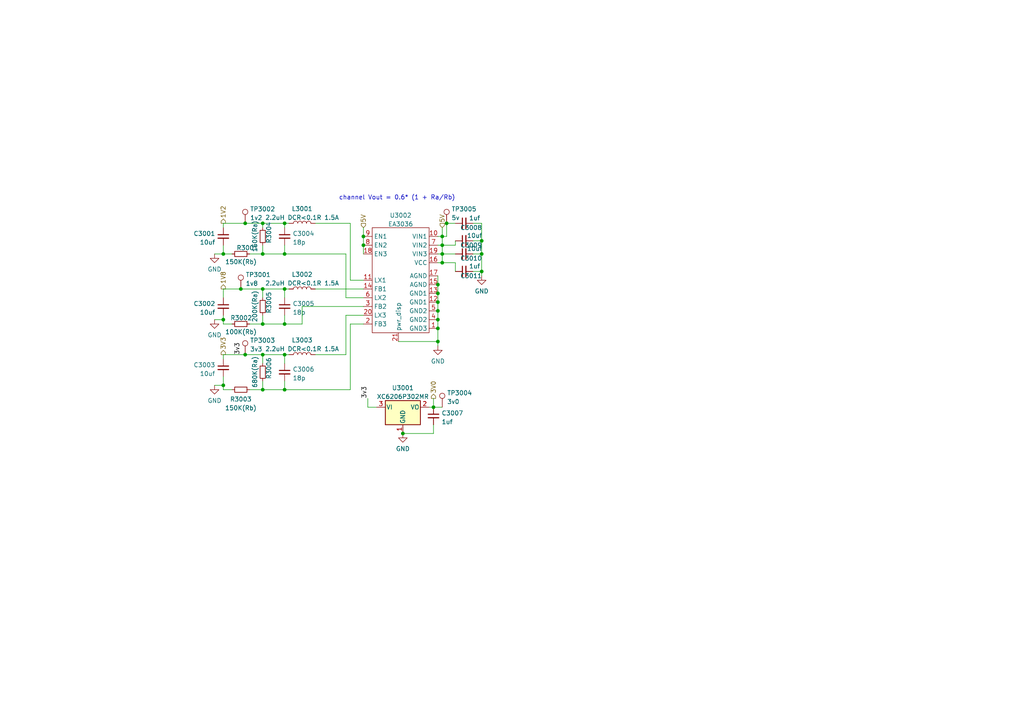
<source format=kicad_sch>
(kicad_sch (version 20211123) (generator eeschema)
  (paper "A4")
  (lib_symbols
    (symbol "Connector:TestPoint" (pin_numbers hide) (pin_names (offset 0.762) hide)
      (property "Reference" "TP" (at 0 6.858 0))
      (property "Value" "TestPoint" (at 0 5.08 0))
      (symbol "TestPoint_0_1"
        (circle (center 0 3.302) (radius 0.762))
      )
      (symbol "TestPoint_1_1"
        (pin passive line (at 0 0 90) (length 2.54) (name "1") (number "1"))
      )
    )
    (symbol "Device:C_Small" (pin_numbers hide) (pin_names (offset 0.254) hide)
      (property "Reference" "C" (at 0.254 1.778 0))
      (property "Value" "C_Small" (at 0.254 -2.032 0))
      (symbol "C_Small_0_1"
        (polyline (pts (xy -1.524 -0.508) (xy 1.524 -0.508)) (stroke (width 0.3302)))
        (polyline (pts (xy -1.524 0.508) (xy 1.524 0.508)) (stroke (width 0.3048)))
      )
      (symbol "C_Small_1_1"
        (pin passive line (at 0 2.54 270) (length 2.032) (name "~") (number "1"))
        (pin passive line (at 0 -2.54 90) (length 2.032) (name "~") (number "2"))
      )
    )
    (symbol "Device:L" (pin_numbers hide) (pin_names (offset 1.016) hide)
      (property "Reference" "L" (at -1.27 0 90))
      (property "Value" "L" (at 1.905 0 90))
      (symbol "L_0_1"
        (arc (start 0 -2.54) (mid 0.635 -1.905) (end 0 -1.27))
        (arc (start 0 -1.27) (mid 0.635 -0.635) (end 0 0))
        (arc (start 0 0) (mid 0.635 0.635) (end 0 1.27))
        (arc (start 0 1.27) (mid 0.635 1.905) (end 0 2.54))
      )
      (symbol "L_1_1"
        (pin passive line (at 0 3.81 270) (length 1.27) (name "1") (number "1"))
        (pin passive line (at 0 -3.81 90) (length 1.27) (name "2") (number "2"))
      )
    )
    (symbol "Device:R_Small" (pin_numbers hide) (pin_names (offset 0.254) hide)
      (property "Reference" "R" (at 0.762 0.508 0))
      (property "Value" "R_Small" (at 0.762 -1.016 0))
      (symbol "R_Small_0_1"
        (rectangle (start -0.762 1.778) (end 0.762 -1.778) (stroke (width 0.2032)))
      )
      (symbol "R_Small_1_1"
        (pin passive line (at 0 2.54 270) (length 0.762) (name "~") (number "1"))
        (pin passive line (at 0 -2.54 90) (length 0.762) (name "~") (number "2"))
      )
    )
    (symbol "EA_3046_buck_converter:EA3036"
      (property "Reference" "U" (at -1.27 21.59 0))
      (property "Value" "EA3036" (at -1.27 19.05 0))
      (symbol "EA3036_0_1"
        (rectangle (start -10.16 17.78) (end 6.35 -12.7))
      )
      (symbol "EA3036_1_1"
        (pin power_in line (at 8.89 -11.43 180) (length 2.54) (name "GND3") (number "1"))
        (pin power_in line (at 8.89 15.24 180) (length 2.54) (name "VIN1") (number "10"))
        (pin power_out line (at -12.7 2.54 0) (length 2.54) (name "LX1") (number "11"))
        (pin power_in line (at 8.89 -3.81 180) (length 2.54) (name "GND1") (number "12"))
        (pin power_in line (at 8.89 -1.27 180) (length 2.54) (name "GND1") (number "13"))
        (pin power_out line (at -12.7 0 0) (length 2.54) (name "FB1") (number "14"))
        (pin power_in line (at 8.89 1.27 180) (length 2.54) (name "AGND") (number "15"))
        (pin power_in line (at 8.89 7.62 180) (length 2.54) (name "VCC") (number "16"))
        (pin power_in line (at 8.89 3.81 180) (length 2.54) (name "AGND") (number "17"))
        (pin input line (at -12.7 10.16 0) (length 2.54) (name "EN3") (number "18"))
        (pin power_in line (at 8.89 10.16 180) (length 2.54) (name "VIN3") (number "19"))
        (pin power_out line (at -12.7 -10.16 0) (length 2.54) (name "FB3") (number "2"))
        (pin power_out line (at -12.7 -7.62 0) (length 2.54) (name "LX3") (number "20"))
        (pin passive line (at -2.54 -15.24 90) (length 2.54) (name "pwr_disp") (number "21"))
        (pin power_out line (at -12.7 -5.08 0) (length 2.54) (name "FB2") (number "3"))
        (pin power_in line (at 8.89 -8.89 180) (length 2.54) (name "GND2") (number "4"))
        (pin power_in line (at 8.89 -6.35 180) (length 2.54) (name "GND2") (number "5"))
        (pin power_out line (at -12.7 -2.54 0) (length 2.54) (name "LX2") (number "6"))
        (pin power_in line (at 8.89 12.7 180) (length 2.54) (name "VIN2") (number "7"))
        (pin input line (at -12.7 12.7 0) (length 2.54) (name "EN2") (number "8"))
        (pin input line (at -12.7 15.24 0) (length 2.54) (name "EN1") (number "9"))
      )
    )
    (symbol "Regulator_Linear:XC6206PxxxMR" (pin_names (offset 0.254))
      (property "Reference" "U" (at -3.81 3.175 0))
      (property "Value" "XC6206PxxxMR" (at 0 3.175 0))
      (symbol "XC6206PxxxMR_0_1"
        (rectangle (start -5.08 1.905) (end 5.08 -5.08) (stroke (width 0.254)) (fill (type background)))
      )
      (symbol "XC6206PxxxMR_1_1"
        (pin power_in line (at 0 -7.62 90) (length 2.54) (name "GND") (number "1"))
        (pin power_out line (at 7.62 0 180) (length 2.54) (name "VO") (number "2"))
        (pin power_in line (at -7.62 0 0) (length 2.54) (name "VI") (number "3"))
      )
    )
    (symbol "power:GND" (power) (pin_names (offset 0))
      (property "Value" "GND" (at 0 -3.81 0))
      (symbol "GND_0_1"
        (polyline (pts (xy 0 0) (xy 0 -1.27) (xy 1.27 -1.27) (xy 0 -2.54) (xy -1.27 -1.27) (xy 0 -1.27)))
      )
      (symbol "GND_1_1"
        (pin power_in line (at 0 0 270) (length 0) hide (name "GND") (number "1"))
      )
    )
  )
  (junction (at 64.77 73.66))
  (junction (at 82.55 83.82))
  (junction (at 76.2 102.87))
  (junction (at 76.2 93.98))
  (junction (at 71.12 64.77))
  (junction (at 116.84 125.73))
  (junction (at 105.41 68.58))
  (junction (at 76.2 83.82))
  (junction (at 139.7 73.66))
  (junction (at 82.55 93.98))
  (junction (at 127 90.17))
  (junction (at 128.27 76.2))
  (junction (at 127 95.25))
  (junction (at 125.73 118.11))
  (junction (at 82.55 73.66))
  (junction (at 69.85 83.82))
  (junction (at 128.27 73.66))
  (junction (at 128.27 68.58))
  (junction (at 127 92.71))
  (junction (at 129.54 64.77))
  (junction (at 127 87.63))
  (junction (at 139.7 78.74))
  (junction (at 82.55 102.87))
  (junction (at 127 85.09))
  (junction (at 82.55 113.03))
  (junction (at 71.12 102.87))
  (junction (at 82.55 64.77))
  (junction (at 127 99.06))
  (junction (at 127 82.55))
  (junction (at 76.2 113.03))
  (junction (at 128.27 71.12))
  (junction (at 76.2 73.66))
  (junction (at 105.41 71.12))
  (junction (at 64.77 111.76))
  (junction (at 139.7 69.85))
  (junction (at 64.77 92.71))
  (junction (at 76.2 64.77))
  (wire (pts (xy 82.55 64.77) (xy 76.2 64.77)))
  (wire (pts (xy 127 95.25) (xy 127 99.06)))
  (wire (pts (xy 64.77 91.44) (xy 64.77 92.71)))
  (wire (pts (xy 101.6 93.98) (xy 101.6 113.03)))
  (wire (pts (xy 87.63 93.98) (xy 82.55 93.98)))
  (wire (pts (xy 69.85 83.82) (xy 76.2 83.82)))
  (wire (pts (xy 125.73 115.57) (xy 125.73 118.11)))
  (wire (pts (xy 127 73.66) (xy 128.27 73.66)))
  (wire (pts (xy 127 87.63) (xy 127 90.17)))
  (wire (pts (xy 82.55 102.87) (xy 76.2 102.87)))
  (wire (pts (xy 139.7 64.77) (xy 139.7 69.85)))
  (wire (pts (xy 132.08 76.2) (xy 128.27 76.2)))
  (wire (pts (xy 76.2 113.03) (xy 76.2 110.49)))
  (wire (pts (xy 76.2 93.98) (xy 76.2 91.44)))
  (wire (pts (xy 64.77 71.12) (xy 64.77 73.66)))
  (wire (pts (xy 129.54 68.58) (xy 128.27 68.58)))
  (wire (pts (xy 100.33 91.44) (xy 105.41 91.44)))
  (wire (pts (xy 127 90.17) (xy 127 92.71)))
  (wire (pts (xy 64.77 64.77) (xy 71.12 64.77)))
  (wire (pts (xy 139.7 78.74) (xy 139.7 80.01)))
  (wire (pts (xy 91.44 102.87) (xy 100.33 102.87)))
  (wire (pts (xy 127 99.06) (xy 127 100.33)))
  (wire (pts (xy 83.82 102.87) (xy 82.55 102.87)))
  (wire (pts (xy 71.12 64.77) (xy 76.2 64.77)))
  (wire (pts (xy 106.68 118.11) (xy 106.68 115.57)))
  (wire (pts (xy 100.33 86.36) (xy 105.41 86.36)))
  (wire (pts (xy 71.12 102.87) (xy 76.2 102.87)))
  (wire (pts (xy 64.77 83.82) (xy 69.85 83.82)))
  (wire (pts (xy 76.2 64.77) (xy 76.2 66.04)))
  (wire (pts (xy 137.16 73.66) (xy 139.7 73.66)))
  (wire (pts (xy 128.27 76.2) (xy 127 76.2)))
  (wire (pts (xy 125.73 118.11) (xy 124.46 118.11)))
  (wire (pts (xy 91.44 83.82) (xy 105.41 83.82)))
  (wire (pts (xy 64.77 111.76) (xy 64.77 113.03)))
  (wire (pts (xy 64.77 102.87) (xy 64.77 104.14)))
  (wire (pts (xy 125.73 123.19) (xy 125.73 125.73)))
  (wire (pts (xy 62.23 92.71) (xy 64.77 92.71)))
  (wire (pts (xy 82.55 102.87) (xy 82.55 105.41)))
  (wire (pts (xy 64.77 93.98) (xy 67.31 93.98)))
  (wire (pts (xy 82.55 71.12) (xy 82.55 73.66)))
  (wire (pts (xy 83.82 83.82) (xy 82.55 83.82)))
  (wire (pts (xy 127 80.01) (xy 127 82.55)))
  (wire (pts (xy 101.6 113.03) (xy 82.55 113.03)))
  (wire (pts (xy 101.6 81.28) (xy 101.6 64.77)))
  (wire (pts (xy 64.77 73.66) (xy 67.31 73.66)))
  (wire (pts (xy 82.55 64.77) (xy 82.55 66.04)))
  (wire (pts (xy 100.33 102.87) (xy 100.33 91.44)))
  (wire (pts (xy 72.39 73.66) (xy 76.2 73.66)))
  (wire (pts (xy 101.6 64.77) (xy 91.44 64.77)))
  (wire (pts (xy 127 85.09) (xy 127 87.63)))
  (wire (pts (xy 129.54 64.77) (xy 129.54 68.58)))
  (wire (pts (xy 76.2 102.87) (xy 76.2 105.41)))
  (wire (pts (xy 127 92.71) (xy 127 95.25)))
  (wire (pts (xy 64.77 109.22) (xy 64.77 111.76)))
  (wire (pts (xy 82.55 83.82) (xy 76.2 83.82)))
  (wire (pts (xy 132.08 78.74) (xy 132.08 76.2)))
  (wire (pts (xy 72.39 113.03) (xy 76.2 113.03)))
  (wire (pts (xy 64.77 83.82) (xy 64.77 86.36)))
  (wire (pts (xy 82.55 83.82) (xy 82.55 86.36)))
  (wire (pts (xy 106.68 118.11) (xy 109.22 118.11)))
  (wire (pts (xy 127 71.12) (xy 128.27 71.12)))
  (wire (pts (xy 128.27 73.66) (xy 128.27 76.2)))
  (wire (pts (xy 76.2 83.82) (xy 76.2 86.36)))
  (wire (pts (xy 105.41 81.28) (xy 101.6 81.28)))
  (wire (pts (xy 105.41 71.12) (xy 105.41 73.66)))
  (wire (pts (xy 64.77 64.77) (xy 64.77 66.04)))
  (wire (pts (xy 62.23 111.76) (xy 64.77 111.76)))
  (wire (pts (xy 105.41 68.58) (xy 105.41 71.12)))
  (wire (pts (xy 82.55 113.03) (xy 76.2 113.03)))
  (wire (pts (xy 87.63 88.9) (xy 87.63 93.98)))
  (wire (pts (xy 76.2 73.66) (xy 76.2 71.12)))
  (wire (pts (xy 72.39 93.98) (xy 76.2 93.98)))
  (wire (pts (xy 62.23 73.66) (xy 64.77 73.66)))
  (wire (pts (xy 100.33 73.66) (xy 82.55 73.66)))
  (wire (pts (xy 137.16 64.77) (xy 139.7 64.77)))
  (wire (pts (xy 82.55 73.66) (xy 76.2 73.66)))
  (wire (pts (xy 64.77 113.03) (xy 67.31 113.03)))
  (wire (pts (xy 125.73 118.11) (xy 128.27 118.11)))
  (wire (pts (xy 137.16 78.74) (xy 139.7 78.74)))
  (wire (pts (xy 115.57 99.06) (xy 127 99.06)))
  (wire (pts (xy 132.08 64.77) (xy 129.54 64.77)))
  (wire (pts (xy 128.27 66.04) (xy 128.27 68.58)))
  (wire (pts (xy 132.08 69.85) (xy 132.08 71.12)))
  (wire (pts (xy 100.33 73.66) (xy 100.33 86.36)))
  (wire (pts (xy 125.73 125.73) (xy 116.84 125.73)))
  (wire (pts (xy 105.41 88.9) (xy 87.63 88.9)))
  (wire (pts (xy 82.55 110.49) (xy 82.55 113.03)))
  (wire (pts (xy 139.7 73.66) (xy 139.7 78.74)))
  (wire (pts (xy 105.41 93.98) (xy 101.6 93.98)))
  (wire (pts (xy 127 82.55) (xy 127 85.09)))
  (wire (pts (xy 82.55 91.44) (xy 82.55 93.98)))
  (wire (pts (xy 64.77 102.87) (xy 71.12 102.87)))
  (wire (pts (xy 105.41 66.04) (xy 105.41 68.58)))
  (wire (pts (xy 127 68.58) (xy 128.27 68.58)))
  (wire (pts (xy 128.27 68.58) (xy 128.27 71.12)))
  (wire (pts (xy 64.77 92.71) (xy 64.77 93.98)))
  (wire (pts (xy 128.27 71.12) (xy 128.27 73.66)))
  (wire (pts (xy 83.82 64.77) (xy 82.55 64.77)))
  (wire (pts (xy 139.7 69.85) (xy 139.7 73.66)))
  (wire (pts (xy 137.16 69.85) (xy 139.7 69.85)))
  (wire (pts (xy 132.08 71.12) (xy 128.27 71.12)))
  (wire (pts (xy 132.08 73.66) (xy 128.27 73.66)))
  (wire (pts (xy 82.55 93.98) (xy 76.2 93.98)))
  (text "channel Vout = 0.6* (1 + Ra/Rb)" (at 98.298 58.166 0) (effects (font (size 1.27 1.27)) (justify left bottom)))
  (label "3v3" (at 106.68 115.57 90))
  (label "3v3" (at 69.85 102.87 90))
  (hierarchical_label "3V3" (shape output) (at 64.77 102.87 90))
  (hierarchical_label "5V" (shape input) (at 128.27 66.04 90))
  (hierarchical_label "1V2" (shape output) (at 64.77 64.77 90))
  (hierarchical_label "3V0" (shape output) (at 125.73 115.57 90))
  (hierarchical_label "1V8" (shape output) (at 64.77 83.82 90))
  (hierarchical_label "5V" (shape input) (at 105.41 66.04 90))
  (symbol (lib_id "Device:R_Small") (at 76.2 68.58 0) (unit 1)
    (property "Reference" "R3004" (at 77.978 70.612 90) (effects (justify left)))
    (property "Value" "150K(Ra)" (at 73.914 73.152 90) (effects (justify left)))
    (property "Footprint" "Resistor_SMD:R_0603_1608Metric" (effects hide))
  )
  (symbol (lib_id "Device:R_Small") (at 69.85 73.66 270) (mirror x) (unit 1)
    (property "Reference" "R3001" (at 68.58 71.882 90) (effects (justify left)))
    (property "Value" "150K(Rb)" (at 65.278 75.946 90) (effects (justify left)))
    (property "Footprint" "Resistor_SMD:R_0603_1608Metric" (effects hide))
  )
  (symbol (lib_id "Device:L") (at 87.63 64.77 90) (unit 1)
    (property "Reference" "L3001" (at 87.63 60.5622 90))
    (property "Value" "2.2uH DCR<0.1R 1.5A" (at 87.63 63.0991 90))
    (property "Footprint" "Inductor_SMD:L_1210_3225Metric" (effects hide))
  )
  (symbol (lib_id "Device:C_Small") (at 134.62 64.77 90) (unit 1)
    (property "Reference" "C3008" (at 136.652 66.04 90))
    (property "Value" "1uf" (at 137.668 63.246 90))
    (property "Footprint" "Capacitor_SMD:C_0603_1608Metric" (effects hide))
  )
  (symbol (lib_id "Connector:TestPoint") (at 69.85 83.82 0) (unit 1)
    (property "Reference" "TP3001" (at 71.247 79.6833 0) (effects (justify left)))
    (property "Value" "1v8" (at 71.247 82.2202 0) (effects (justify left)))
    (property "Footprint" "TestPoint:TestPoint_Pad_D1.0mm" (effects hide))
  )
  (symbol (lib_id "Device:C_Small") (at 64.77 68.58 0) (unit 1)
    (property "Reference" "C3001" (at 62.446 67.7516 0) (effects (justify right)))
    (property "Value" "10uf" (at 62.446 70.2885 0) (effects (justify right)))
    (property "Footprint" "Capacitor_SMD:C_0603_1608Metric" (effects hide))
  )
  (symbol (lib_id "power:GND") (at 127 100.33 0) (unit 1)
    (property "Reference" "#PWR0101" (effects hide))
    (property "Value" "GND" (at 127 104.7734 0))
  )
  (symbol (lib_id "EA_3046_buck_converter:EA3036") (at 118.11 83.82 0) (unit 1)
    (property "Reference" "U3002" (at 116.205 62.4672 0))
    (property "Value" "EA3036" (at 116.205 65.0041 0))
    (property "Footprint" "Package_DFN_QFN:QFN-20-1EP_3x3mm_P0.4mm_EP1.65x1.65mm" (effects hide))
  )
  (symbol (lib_id "Device:R_Small") (at 76.2 107.95 0) (unit 1)
    (property "Reference" "R3006" (at 77.978 109.982 90) (effects (justify left)))
    (property "Value" "680K(Ra)" (at 73.914 112.522 90) (effects (justify left)))
    (property "Footprint" "Resistor_SMD:R_0603_1608Metric" (effects hide))
  )
  (symbol (lib_id "Device:L") (at 87.63 83.82 90) (unit 1)
    (property "Reference" "L3002" (at 87.63 79.6122 90))
    (property "Value" "2.2uH DCR<0.1R 1.5A" (at 87.63 82.1491 90))
    (property "Footprint" "Inductor_SMD:L_1210_3225Metric" (effects hide))
  )
  (symbol (lib_id "power:GND") (at 62.23 92.71 0) (mirror y) (unit 1)
    (property "Reference" "#PWR0111" (effects hide))
    (property "Value" "GND" (at 62.23 97.1534 0))
  )
  (symbol (lib_id "Device:C_Small") (at 134.62 73.66 90) (unit 1)
    (property "Reference" "C3010" (at 136.652 74.93 90))
    (property "Value" "10uf" (at 137.668 72.136 90))
    (property "Footprint" "Capacitor_SMD:C_0603_1608Metric" (effects hide))
  )
  (symbol (lib_id "Device:C_Small") (at 125.73 120.65 0) (unit 1)
    (property "Reference" "C3007" (at 128.0541 119.8216 0) (effects (justify left)))
    (property "Value" "1uf" (at 128.0541 122.3585 0) (effects (justify left)))
    (property "Footprint" "Capacitor_SMD:C_0603_1608Metric" (effects hide))
  )
  (symbol (lib_id "power:GND") (at 139.7 80.01 0) (unit 1)
    (property "Reference" "#PWR0107" (effects hide))
    (property "Value" "GND" (at 139.7 84.4534 0))
  )
  (symbol (lib_id "Device:R_Small") (at 69.85 113.03 270) (mirror x) (unit 1)
    (property "Reference" "R3003" (at 69.85 115.797 90))
    (property "Value" "150K(Rb)" (at 69.85 118.3339 90))
    (property "Footprint" "Resistor_SMD:R_0603_1608Metric" (effects hide))
  )
  (symbol (lib_id "Device:C_Small") (at 64.77 106.68 0) (unit 1)
    (property "Reference" "C3003" (at 62.446 105.8516 0) (effects (justify right)))
    (property "Value" "10uf" (at 62.446 108.3885 0) (effects (justify right)))
    (property "Footprint" "Capacitor_SMD:C_0603_1608Metric" (effects hide))
  )
  (symbol (lib_id "Device:R_Small") (at 76.2 88.9 0) (unit 1)
    (property "Reference" "R3005" (at 77.978 90.932 90) (effects (justify left)))
    (property "Value" "200K(Ra)" (at 73.914 93.472 90) (effects (justify left)))
    (property "Footprint" "Resistor_SMD:R_0603_1608Metric" (effects hide))
  )
  (symbol (lib_id "Connector:TestPoint") (at 71.12 64.77 0) (unit 1)
    (property "Reference" "TP3002" (at 72.517 60.6333 0) (effects (justify left)))
    (property "Value" "1v2" (at 72.517 63.1702 0) (effects (justify left)))
    (property "Footprint" "TestPoint:TestPoint_Pad_D1.0mm" (effects hide))
  )
  (symbol (lib_id "Device:R_Small") (at 69.85 93.98 270) (mirror x) (unit 1)
    (property "Reference" "R3002" (at 66.802 92.202 90) (effects (justify left)))
    (property "Value" "100K(Rb)" (at 65.278 96.266 90) (effects (justify left)))
    (property "Footprint" "Resistor_SMD:R_0603_1608Metric" (effects hide))
  )
  (symbol (lib_id "Device:C_Small") (at 64.77 88.9 0) (unit 1)
    (property "Reference" "C3002" (at 62.446 88.0716 0) (effects (justify right)))
    (property "Value" "10uf" (at 62.446 90.6085 0) (effects (justify right)))
    (property "Footprint" "Capacitor_SMD:C_0603_1608Metric" (effects hide))
  )
  (symbol (lib_id "Connector:TestPoint") (at 71.12 102.87 0) (unit 1)
    (property "Reference" "TP3003" (at 72.517 98.7333 0) (effects (justify left)))
    (property "Value" "3v3" (at 72.517 101.2702 0) (effects (justify left)))
    (property "Footprint" "TestPoint:TestPoint_Pad_D1.0mm" (effects hide))
  )
  (symbol (lib_id "power:GND") (at 62.23 111.76 0) (mirror y) (unit 1)
    (property "Reference" "#PWR0110" (effects hide))
    (property "Value" "GND" (at 62.23 116.2034 0))
  )
  (symbol (lib_id "Device:C_Small") (at 82.55 68.58 0) (unit 1)
    (property "Reference" "C3004" (at 84.8741 67.7516 0) (effects (justify left)))
    (property "Value" "18p" (at 84.8741 70.2885 0) (effects (justify left)))
    (property "Footprint" "Capacitor_SMD:C_0603_1608Metric" (effects hide))
  )
  (symbol (lib_id "Device:C_Small") (at 82.55 107.95 0) (unit 1)
    (property "Reference" "C3006" (at 84.8741 107.1216 0) (effects (justify left)))
    (property "Value" "18p" (at 84.8741 109.6585 0) (effects (justify left)))
    (property "Footprint" "Capacitor_SMD:C_0603_1608Metric" (effects hide))
  )
  (symbol (lib_id "power:GND") (at 62.23 73.66 0) (mirror y) (unit 1)
    (property "Reference" "#PWR0108" (effects hide))
    (property "Value" "GND" (at 62.23 78.1034 0))
  )
  (symbol (lib_id "Device:L") (at 87.63 102.87 90) (unit 1)
    (property "Reference" "L3003" (at 87.63 98.6622 90))
    (property "Value" "2.2uH DCR<0.1R 1.5A" (at 87.63 101.1991 90))
    (property "Footprint" "Inductor_SMD:L_1210_3225Metric" (effects hide))
  )
  (symbol (lib_id "Regulator_Linear:XC6206PxxxMR") (at 116.84 118.11 0) (unit 1)
    (property "Reference" "U3001" (at 116.84 112.5052 0))
    (property "Value" "XC6206P302MR" (at 116.84 115.0421 0))
    (property "Footprint" "Package_TO_SOT_SMD:SOT-23" (effects hide))
    (property "Datasheet" "https://www.torexsemi.com/file/xc6206/XC6206.pdf" (effects hide))
  )
  (symbol (lib_id "Device:C_Small") (at 134.62 69.85 90) (unit 1)
    (property "Reference" "C3009" (at 136.652 71.12 90))
    (property "Value" "10uf" (at 137.668 68.326 90))
    (property "Footprint" "Capacitor_SMD:C_0603_1608Metric" (effects hide))
  )
  (symbol (lib_id "power:GND") (at 116.84 125.73 0) (unit 1)
    (property "Reference" "#PWR0104" (effects hide))
    (property "Value" "GND" (at 116.84 130.1734 0))
  )
  (symbol (lib_id "Connector:TestPoint") (at 128.27 118.11 0) (unit 1)
    (property "Reference" "TP3004" (at 129.667 113.9733 0) (effects (justify left)))
    (property "Value" "3v0" (at 129.667 116.5102 0) (effects (justify left)))
    (property "Footprint" "TestPoint:TestPoint_Pad_D1.0mm" (effects hide))
  )
  (symbol (lib_id "Connector:TestPoint") (at 129.54 64.77 0) (unit 1)
    (property "Reference" "TP3005" (at 130.937 60.6333 0) (effects (justify left)))
    (property "Value" "5v" (at 130.937 63.1702 0) (effects (justify left)))
    (property "Footprint" "TestPoint:TestPoint_Pad_D1.0mm" (effects hide))
  )
  (symbol (lib_id "Device:C_Small") (at 82.55 88.9 0) (unit 1)
    (property "Reference" "C3005" (at 84.8741 88.0716 0) (effects (justify left)))
    (property "Value" "18p" (at 84.8741 90.6085 0) (effects (justify left)))
    (property "Footprint" "Capacitor_SMD:C_0603_1608Metric" (effects hide))
  )
  (symbol (lib_id "Device:C_Small") (at 134.62 78.74 90) (unit 1)
    (property "Reference" "C3011" (at 136.652 80.01 90))
    (property "Value" "1uf" (at 137.668 77.216 90))
    (property "Footprint" "Capacitor_SMD:C_0603_1608Metric" (effects hide))
  )
)
</source>
